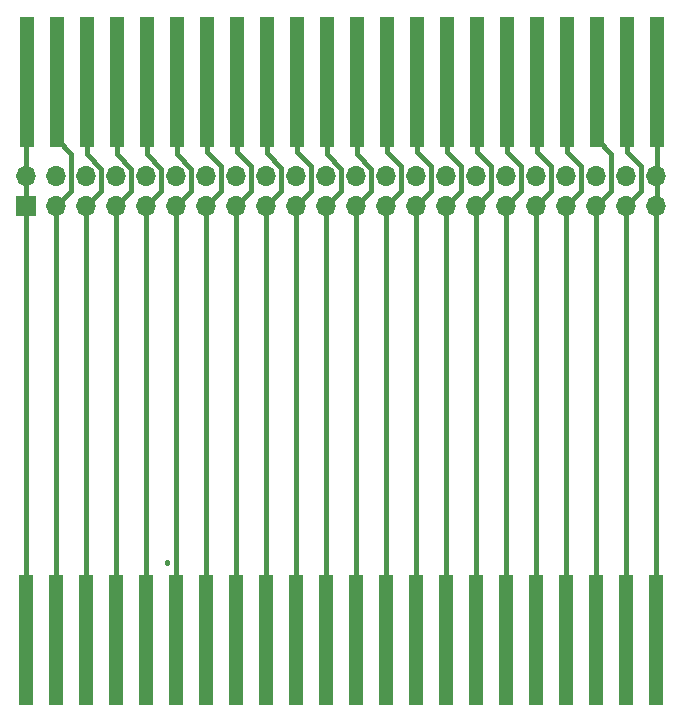
<source format=gbr>
G04 #@! TF.GenerationSoftware,KiCad,Pcbnew,(5.1.2-1)-1*
G04 #@! TF.CreationDate,2022-07-30T23:38:52+02:00*
G04 #@! TF.ProjectId,ElectronBreakOut,456c6563-7472-46f6-9e42-7265616b4f75,rev?*
G04 #@! TF.SameCoordinates,Original*
G04 #@! TF.FileFunction,Copper,L1,Top*
G04 #@! TF.FilePolarity,Positive*
%FSLAX46Y46*%
G04 Gerber Fmt 4.6, Leading zero omitted, Abs format (unit mm)*
G04 Created by KiCad (PCBNEW (5.1.2-1)-1) date 2022-07-30 23:38:52*
%MOMM*%
%LPD*%
G04 APERTURE LIST*
%ADD10R,1.270000X11.000000*%
%ADD11O,1.700000X1.700000*%
%ADD12R,1.700000X1.700000*%
%ADD13C,0.400000*%
G04 APERTURE END LIST*
D10*
X177292000Y-124714000D03*
X174752000Y-124714000D03*
X172212000Y-124714000D03*
X169672000Y-124714000D03*
X167132000Y-124714000D03*
X164592000Y-124714000D03*
X162052000Y-124714000D03*
X159512000Y-124714000D03*
X156972000Y-124714000D03*
X154432000Y-124714000D03*
X151892000Y-124714000D03*
X149352000Y-124714000D03*
X146812000Y-124714000D03*
X144272000Y-124714000D03*
X141732000Y-124714000D03*
X139192000Y-124714000D03*
X136652000Y-124714000D03*
X134112000Y-124714000D03*
X131572000Y-124714000D03*
X129032000Y-124714000D03*
X126492000Y-124714000D03*
X123952000Y-124714000D03*
X177380000Y-77470000D03*
X174840000Y-77470000D03*
X172300000Y-77470000D03*
X169760000Y-77470000D03*
X167220000Y-77470000D03*
X164680000Y-77470000D03*
X162140000Y-77470000D03*
X159600000Y-77470000D03*
X157060000Y-77470000D03*
X154520000Y-77470000D03*
X151980000Y-77470000D03*
X149440000Y-77470000D03*
X146900000Y-77470000D03*
X144360000Y-77470000D03*
X141820000Y-77470000D03*
X139280000Y-77470000D03*
X136740000Y-77470000D03*
X134200000Y-77470000D03*
X131660000Y-77470000D03*
X129120000Y-77470000D03*
X126580000Y-77470000D03*
X124040000Y-77470000D03*
D11*
X177340000Y-85410000D03*
X177340000Y-87950000D03*
X174800000Y-85410000D03*
X174800000Y-87950000D03*
X172260000Y-85410000D03*
X172260000Y-87950000D03*
X169720000Y-85410000D03*
X169720000Y-87950000D03*
X167180000Y-85410000D03*
X167180000Y-87950000D03*
X164640000Y-85410000D03*
X164640000Y-87950000D03*
X162100000Y-85410000D03*
X162100000Y-87950000D03*
X159560000Y-85410000D03*
X159560000Y-87950000D03*
X157020000Y-85410000D03*
X157020000Y-87950000D03*
X154480000Y-85410000D03*
X154480000Y-87950000D03*
X151940000Y-85410000D03*
X151940000Y-87950000D03*
X149400000Y-85410000D03*
X149400000Y-87950000D03*
X146860000Y-85410000D03*
X146860000Y-87950000D03*
X144320000Y-85410000D03*
X144320000Y-87950000D03*
X141780000Y-85410000D03*
X141780000Y-87950000D03*
X139240000Y-85410000D03*
X139240000Y-87950000D03*
X136700000Y-85410000D03*
X136700000Y-87950000D03*
X134160000Y-85410000D03*
X134160000Y-87950000D03*
X131620000Y-85410000D03*
X131620000Y-87950000D03*
X129080000Y-85410000D03*
X129080000Y-87950000D03*
X126540000Y-85410000D03*
X126540000Y-87950000D03*
X124000000Y-85410000D03*
D12*
X124000000Y-87950000D03*
D13*
X135950000Y-118250000D02*
X135950000Y-118150000D01*
X177380000Y-87910000D02*
X177340000Y-87950000D01*
X177380000Y-77470000D02*
X177380000Y-87910000D01*
X177292000Y-87998000D02*
X177340000Y-87950000D01*
X177292000Y-124714000D02*
X177292000Y-87998000D01*
X175649999Y-87100001D02*
X174800000Y-87950000D01*
X176050001Y-84580001D02*
X176050001Y-86699999D01*
X176050001Y-86699999D02*
X175649999Y-87100001D01*
X174840000Y-83370000D02*
X176050001Y-84580001D01*
X174840000Y-77470000D02*
X174840000Y-83370000D01*
X174800000Y-124666000D02*
X174752000Y-124714000D01*
X174800000Y-87950000D02*
X174800000Y-124666000D01*
X173510001Y-86699999D02*
X173109999Y-87100001D01*
X173510001Y-83545001D02*
X173510001Y-86699999D01*
X172300000Y-82335000D02*
X173510001Y-83545001D01*
X173109999Y-87100001D02*
X172260000Y-87950000D01*
X172300000Y-77470000D02*
X172300000Y-82335000D01*
X172212000Y-87998000D02*
X172260000Y-87950000D01*
X172212000Y-124714000D02*
X172212000Y-87998000D01*
X170569999Y-87100001D02*
X169720000Y-87950000D01*
X170970001Y-84580001D02*
X170970001Y-86699999D01*
X170970001Y-86699999D02*
X170569999Y-87100001D01*
X169760000Y-83370000D02*
X170970001Y-84580001D01*
X169760000Y-77470000D02*
X169760000Y-83370000D01*
X169720000Y-124666000D02*
X169672000Y-124714000D01*
X169720000Y-87950000D02*
X169720000Y-124666000D01*
X168430001Y-86699999D02*
X168029999Y-87100001D01*
X168430001Y-84580001D02*
X168430001Y-86699999D01*
X167220000Y-83370000D02*
X168430001Y-84580001D01*
X168029999Y-87100001D02*
X167180000Y-87950000D01*
X167220000Y-77470000D02*
X167220000Y-83370000D01*
X167132000Y-87998000D02*
X167180000Y-87950000D01*
X167132000Y-124714000D02*
X167132000Y-87998000D01*
X165489999Y-87100001D02*
X164640000Y-87950000D01*
X165890001Y-84580001D02*
X165890001Y-86699999D01*
X165890001Y-86699999D02*
X165489999Y-87100001D01*
X164680000Y-83370000D02*
X165890001Y-84580001D01*
X164680000Y-77470000D02*
X164680000Y-83370000D01*
X164640000Y-124666000D02*
X164592000Y-124714000D01*
X164640000Y-87950000D02*
X164640000Y-124666000D01*
X163350001Y-86699999D02*
X162949999Y-87100001D01*
X163350001Y-84580001D02*
X163350001Y-86699999D01*
X162140000Y-83370000D02*
X163350001Y-84580001D01*
X162949999Y-87100001D02*
X162100000Y-87950000D01*
X162140000Y-77470000D02*
X162140000Y-83370000D01*
X162100000Y-124666000D02*
X162052000Y-124714000D01*
X162100000Y-87950000D02*
X162100000Y-124666000D01*
X160409999Y-87100001D02*
X159560000Y-87950000D01*
X160810001Y-86699999D02*
X160409999Y-87100001D01*
X160810001Y-84580001D02*
X160810001Y-86699999D01*
X159600000Y-83370000D02*
X160810001Y-84580001D01*
X159600000Y-77470000D02*
X159600000Y-83370000D01*
X159512000Y-87998000D02*
X159560000Y-87950000D01*
X159512000Y-124714000D02*
X159512000Y-87998000D01*
X157869999Y-87100001D02*
X157020000Y-87950000D01*
X158270001Y-86699999D02*
X157869999Y-87100001D01*
X158270001Y-84580001D02*
X158270001Y-86699999D01*
X157060000Y-83370000D02*
X158270001Y-84580001D01*
X157060000Y-77470000D02*
X157060000Y-83370000D01*
X157020000Y-124666000D02*
X156972000Y-124714000D01*
X157020000Y-87950000D02*
X157020000Y-124666000D01*
X155329999Y-87100001D02*
X154480000Y-87950000D01*
X155730001Y-84580001D02*
X155730001Y-86699999D01*
X155730001Y-86699999D02*
X155329999Y-87100001D01*
X154520000Y-83370000D02*
X155730001Y-84580001D01*
X154520000Y-77470000D02*
X154520000Y-83370000D01*
X154432000Y-87998000D02*
X154480000Y-87950000D01*
X154432000Y-124714000D02*
X154432000Y-87998000D01*
X152789999Y-87100001D02*
X151940000Y-87950000D01*
X153190001Y-84809999D02*
X153190001Y-86699999D01*
X151980000Y-83599998D02*
X153190001Y-84809999D01*
X153190001Y-86699999D02*
X152789999Y-87100001D01*
X151980000Y-77470000D02*
X151980000Y-83599998D01*
X151940000Y-124666000D02*
X151892000Y-124714000D01*
X151940000Y-87950000D02*
X151940000Y-124666000D01*
X150650001Y-86699999D02*
X150249999Y-87100001D01*
X150249999Y-87100001D02*
X149400000Y-87950000D01*
X149440000Y-83599998D02*
X150650001Y-84809999D01*
X150650001Y-84809999D02*
X150650001Y-86699999D01*
X149440000Y-77470000D02*
X149440000Y-83599998D01*
X149352000Y-87998000D02*
X149400000Y-87950000D01*
X149352000Y-124714000D02*
X149352000Y-87998000D01*
X147709999Y-87100001D02*
X146860000Y-87950000D01*
X148110001Y-86699999D02*
X147709999Y-87100001D01*
X148110001Y-84580001D02*
X148110001Y-86699999D01*
X146900000Y-83370000D02*
X148110001Y-84580001D01*
X146900000Y-77470000D02*
X146900000Y-83370000D01*
X146860000Y-124666000D02*
X146812000Y-124714000D01*
X146860000Y-87950000D02*
X146860000Y-124666000D01*
X145169999Y-87100001D02*
X144320000Y-87950000D01*
X145570001Y-86699999D02*
X145169999Y-87100001D01*
X145570001Y-84729999D02*
X145570001Y-86699999D01*
X144360000Y-83519998D02*
X145570001Y-84729999D01*
X144360000Y-77470000D02*
X144360000Y-83519998D01*
X144272000Y-87998000D02*
X144320000Y-87950000D01*
X144272000Y-124714000D02*
X144272000Y-87998000D01*
X142629999Y-87100001D02*
X141780000Y-87950000D01*
X143030001Y-86699999D02*
X142629999Y-87100001D01*
X143030001Y-84580001D02*
X143030001Y-86699999D01*
X141820000Y-83370000D02*
X143030001Y-84580001D01*
X141820000Y-77470000D02*
X141820000Y-83370000D01*
X141780000Y-124666000D02*
X141732000Y-124714000D01*
X141780000Y-87950000D02*
X141780000Y-124666000D01*
X140089999Y-87100001D02*
X139240000Y-87950000D01*
X140490001Y-86699999D02*
X140089999Y-87100001D01*
X140490001Y-84580001D02*
X140490001Y-86699999D01*
X139280000Y-83370000D02*
X140490001Y-84580001D01*
X139280000Y-77470000D02*
X139280000Y-83370000D01*
X139192000Y-87998000D02*
X139240000Y-87950000D01*
X139192000Y-124714000D02*
X139192000Y-87998000D01*
X137549999Y-87100001D02*
X136700000Y-87950000D01*
X137950001Y-86699999D02*
X137549999Y-87100001D01*
X137950001Y-84809999D02*
X137950001Y-86699999D01*
X136740000Y-83599998D02*
X137950001Y-84809999D01*
X136740000Y-77470000D02*
X136740000Y-83599998D01*
X136700000Y-124666000D02*
X136652000Y-124714000D01*
X136700000Y-87950000D02*
X136700000Y-124666000D01*
X135410001Y-84809999D02*
X135410001Y-86699999D01*
X134200000Y-83599998D02*
X135410001Y-84809999D01*
X135009999Y-87100001D02*
X134160000Y-87950000D01*
X135410001Y-86699999D02*
X135009999Y-87100001D01*
X134200000Y-77470000D02*
X134200000Y-83599998D01*
X134160000Y-124666000D02*
X134112000Y-124714000D01*
X134160000Y-87950000D02*
X134160000Y-124666000D01*
X132469999Y-87100001D02*
X131620000Y-87950000D01*
X132870001Y-86699999D02*
X132469999Y-87100001D01*
X132870001Y-84809999D02*
X132870001Y-86699999D01*
X131660000Y-83599998D02*
X132870001Y-84809999D01*
X131660000Y-77470000D02*
X131660000Y-83599998D01*
X131572000Y-87998000D02*
X131620000Y-87950000D01*
X131572000Y-124714000D02*
X131572000Y-87998000D01*
X129929999Y-87100001D02*
X129080000Y-87950000D01*
X130330001Y-86699999D02*
X129929999Y-87100001D01*
X130330001Y-84809999D02*
X130330001Y-86699999D01*
X129120000Y-83599998D02*
X130330001Y-84809999D01*
X129120000Y-77470000D02*
X129120000Y-83599998D01*
X129080000Y-124666000D02*
X129032000Y-124714000D01*
X129080000Y-87950000D02*
X129080000Y-124666000D01*
X126492000Y-124714000D02*
X126492000Y-118814000D01*
X127389999Y-87100001D02*
X126540000Y-87950000D01*
X127790001Y-86699999D02*
X127389999Y-87100001D01*
X126580000Y-82335000D02*
X127790001Y-83545001D01*
X127790001Y-83545001D02*
X127790001Y-86699999D01*
X126580000Y-77470000D02*
X126580000Y-82335000D01*
X126492000Y-87998000D02*
X126540000Y-87950000D01*
X126492000Y-124714000D02*
X126492000Y-87998000D01*
X124000000Y-87950000D02*
X124000000Y-85410000D01*
X124000000Y-77510000D02*
X124040000Y-77470000D01*
X124000000Y-85410000D02*
X124000000Y-77510000D01*
X123952000Y-87998000D02*
X124000000Y-87950000D01*
X124000000Y-124666000D02*
X123952000Y-124714000D01*
X124000000Y-87950000D02*
X124000000Y-124666000D01*
M02*

</source>
